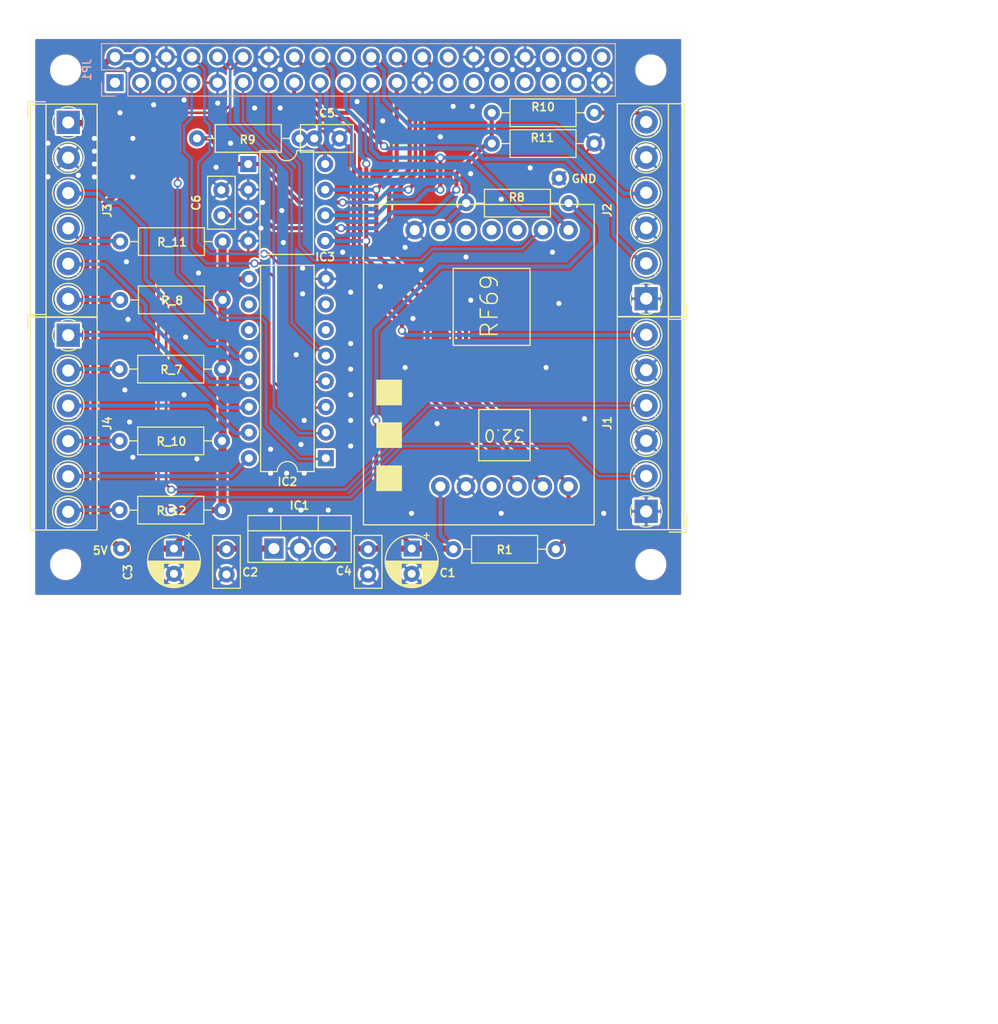
<source format=kicad_pcb>
(kicad_pcb (version 20191123) (host pcbnew "(5.99.0-462-g65ef8c189-dirty)")
  (layers (0 "Top" signal) (31 "Bottom" signal) (34 "B.Paste" user) (35 "F.Paste" user) (36 "B.SilkS" user) (37 "F.SilkS" user) (38 "B.Mask" user) (39 "F.Mask" user) (44 "Edge.Cuts" user))
  (net 0 "")
  (net 1 "GND")
  (net 2 "+3V3")
  (net 3 "+5V")
  (net 4 "/MISO")
  (net 5 "/RFM_DIO0")
  (net 6 "Net-(JP1-Pad18)")
  (net 7 "/MOSI")
  (net 8 "/SCK")
  (net 9 "Net-(JP1-Pad24)")
  (net 10 "/ULN_OUT5")
  (net 11 "/ULN_OUT4")
  (net 12 "/ULN_OUT3")
  (net 13 "/ULN_OUT2")
  (net 14 "/ULN_OUT1")
  (net 15 "/CON2_1")
  (net 16 "/CON2_2")
  (net 17 "/CON2_3")
  (net 18 "/CON2_4")
  (net 19 "/CON2_5")
  (net 20 "/ULN_IN3")
  (net 21 "/ULN_IN4")
  (net 22 "/ULN_IN2")
  (net 23 "/ULN_IN5")
  (net 24 "/ULN_IN1")
  (net 25 "/VCC_ADC")
  (net 26 "/CS_ADC")
  (net 27 "/V_BATT")
  (net 28 "/ULN_IN7")
  (net 29 "/ULN_IN6")
  (net 30 "Net-(IC2-Pad11)")
  (net 31 "/ULN_OUT7")
  (net 32 "Net-(JP1-Pad40)")
  (net 33 "Net-(JP1-Pad38)")
  (net 34 "Net-(JP1-Pad37)")
  (net 35 "Net-(JP1-Pad36)")
  (net 36 "Net-(JP1-Pad35)")
  (net 37 "Net-(JP1-Pad33)")
  (net 38 "Net-(JP1-Pad32)")
  (net 39 "Net-(JP1-Pad31)")
  (net 40 "Net-(JP1-Pad29)")
  (net 41 "Net-(JP1-Pad28)")
  (net 42 "Net-(JP1-Pad27)")
  (net 43 "Net-(JP1-Pad20)")
  (net 44 "Net-(JP1-Pad1)")
  (net 45 "Net-(U$1-PadDIO2)")
  (net 46 "Net-(U$1-PadDIO1)")
  (net 47 "Net-(U$1-PadDIO5)")
  (net 48 "Net-(U$1-PadDIO3)")
  (net 49 "Net-(J2-Pad6)")
  (net 50 "Net-(J3-Pad6)")
  (net 51 "Net-(J3-Pad4)")
  (net 52 "Net-(J4-Pad6)")
  (net 53 "Net-(J4-Pad4)")
  (net 54 "Net-(J4-Pad2)")
  (module "MountingHole:MountingHole_2.7mm" (layer "Top") (at 119.5011 129.5326)
    (fp_text reference "REF**" hide)
    (fp_text value "MountingHole_2.7mm")
    (pad "1" np_thru_hole circle (at 0 0) (size 2.7 2.7) (drill 2.7) (layers *.Cu *.Mask))
  )
  (module "MountingHole:MountingHole_2.7mm" (layer "Top") (at 119.5011 80.5326)
    (fp_text reference "REF**" hide)
    (fp_text value "MountingHole_2.7mm")
    (pad "1" np_thru_hole circle (at 0 0) (size 2.7 2.7) (drill 2.7) (layers *.Cu *.Mask))
  )
  (module "MountingHole:MountingHole_2.7mm" (layer "Top") (at 177.5011 80.5326)
    (fp_text reference "REF**" hide)
    (fp_text value "MountingHole_2.7mm")
    (pad "1" np_thru_hole circle (at 0 0) (size 2.7 2.7) (drill 2.7) (layers *.Cu *.Mask))
  )
  (module "MountingHole:MountingHole_2.7mm" (layer "Top") (at 177.5011 129.5326)
    (fp_text reference "REF**" hide)
    (fp_text value "MountingHole_2.7mm")
    (pad "1" np_thru_hole circle (at 0 0) (size 2.7 2.7) (drill 2.7) (layers *.Cu *.Mask))
  )
  (module "TestPoint:TestPoint_THTPad_D1.5mm_Drill0.7mm" (layer "Top") (at 168.402 91.2495)
    (fp_text reference "TP_GND1" hide)
    (fp_text value "GND" (at 2.4765 0.0635) (layer "F.SilkS") (effects (font (size 0.8 0.8) (thickness 0.16))))
    (pad "1" thru_hole circle (at 0 0) (size 1.5 1.5) (drill 0.7) (layers *.Cu *.Mask) (net 1 "GND"))
  )
  (module "TestPoint:TestPoint_THTPad_D1.5mm_Drill0.7mm" (layer "Top") (at 124.968 127.9525)
    (fp_text reference "TP5V1" hide)
    (fp_text value "5V" (at -2.032 0.1905) (layer "F.SilkS") (effects (font (size 0.8 0.8) (thickness 0.16))))
    (pad "1" thru_hole circle (at 0 0) (size 1.5 1.5) (drill 0.7) (layers *.Cu *.Mask) (net 3 "+5V"))
  )
  (module "TerminalBlock_FP:TerminalBlock_MetzConnect_Type059_RT06306HBWC_1x06_P3.50mm" (layer "Top") (at 119.761 106.807 -90)
    (fp_text reference "J4" (at 8.75 -3.86 -90) (layer "F.SilkS") (effects (font (size 0.8 0.8) (thickness 0.16))))
    (fp_text value "Screw_Terminal_01x06")
    (pad "1" thru_hole rect (at 0 0 270) (size 2.3 2.3) (drill 1.2) (layers *.Cu *.Mask) (net 12 "/ULN_OUT3"))
    (pad "2" thru_hole circle (at 3.5 0 270) (size 2.3 2.3) (drill 1.2) (layers *.Cu *.Mask) (net 54 "Net-(J4-Pad2)"))
    (pad "3" thru_hole circle (at 7 0 270) (size 2.3 2.3) (drill 1.2) (layers *.Cu *.Mask) (net 13 "/ULN_OUT2"))
    (pad "4" thru_hole circle (at 10.5 0 270) (size 2.3 2.3) (drill 1.2) (layers *.Cu *.Mask) (net 53 "Net-(J4-Pad4)"))
    (pad "5" thru_hole circle (at 14 0 270) (size 2.3 2.3) (drill 1.2) (layers *.Cu *.Mask) (net 14 "/ULN_OUT1"))
    (pad "6" thru_hole circle (at 17.5 0 270) (size 2.3 2.3) (drill 1.2) (layers *.Cu *.Mask) (net 52 "Net-(J4-Pad6)"))
  )
  (module "TerminalBlock_FP:TerminalBlock_MetzConnect_Type059_RT06306HBWC_1x06_P3.50mm" (layer "Top") (at 119.761 85.725 -90)
    (fp_text reference "J3" (at 8.75 -3.86 -90) (layer "F.SilkS") (effects (font (size 0.8 0.8) (thickness 0.16))))
    (fp_text value "Screw_Terminal_01x06")
    (pad "1" thru_hole rect (at 0 0 270) (size 2.3 2.3) (drill 1.2) (layers *.Cu *.Mask) (net 3 "+5V"))
    (pad "2" thru_hole circle (at 3.5 0 270) (size 2.3 2.3) (drill 1.2) (layers *.Cu *.Mask) (net 1 "GND"))
    (pad "3" thru_hole circle (at 7 0 270) (size 2.3 2.3) (drill 1.2) (layers *.Cu *.Mask) (net 10 "/ULN_OUT5"))
    (pad "4" thru_hole circle (at 10.5 0 270) (size 2.3 2.3) (drill 1.2) (layers *.Cu *.Mask) (net 51 "Net-(J3-Pad4)"))
    (pad "5" thru_hole circle (at 14 0 270) (size 2.3 2.3) (drill 1.2) (layers *.Cu *.Mask) (net 11 "/ULN_OUT4"))
    (pad "6" thru_hole circle (at 17.5 0 270) (size 2.3 2.3) (drill 1.2) (layers *.Cu *.Mask) (net 50 "Net-(J3-Pad6)"))
  )
  (module "TerminalBlock_FP:TerminalBlock_MetzConnect_Type059_RT06306HBWC_1x06_P3.50mm" (layer "Top") (at 177.038 103.1875 90)
    (fp_text reference "J2" (at 8.75 -3.86 270) (layer "F.SilkS") (effects (font (size 0.8 0.8) (thickness 0.16))))
    (fp_text value "Screw_Terminal_01x06")
    (pad "1" thru_hole rect (at 0 0 90) (size 2.3 2.3) (drill 1.2) (layers *.Cu *.Mask) (net 1 "GND"))
    (pad "2" thru_hole circle (at 3.5 0 90) (size 2.3 2.3) (drill 1.2) (layers *.Cu *.Mask) (net 18 "/CON2_4"))
    (pad "3" thru_hole circle (at 7 0 90) (size 2.3 2.3) (drill 1.2) (layers *.Cu *.Mask) (net 1 "GND"))
    (pad "4" thru_hole circle (at 10.5 0 90) (size 2.3 2.3) (drill 1.2) (layers *.Cu *.Mask) (net 19 "/CON2_5"))
    (pad "5" thru_hole circle (at 14 0 90) (size 2.3 2.3) (drill 1.2) (layers *.Cu *.Mask) (net 1 "GND"))
    (pad "6" thru_hole circle (at 17.5 0 90) (size 2.3 2.3) (drill 1.2) (layers *.Cu *.Mask) (net 49 "Net-(J2-Pad6)"))
  )
  (module "TerminalBlock_FP:TerminalBlock_MetzConnect_Type059_RT06306HBWC_1x06_P3.50mm" (layer "Top") (at 177.038 124.2695 90)
    (fp_text reference "J1" (at 8.75 -3.86 270) (layer "F.SilkS") (effects (font (size 0.8 0.8) (thickness 0.16))))
    (fp_text value "Screw_Terminal_01x06")
    (pad "1" thru_hole rect (at 0 0 90) (size 2.3 2.3) (drill 1.2) (layers *.Cu *.Mask) (net 1 "GND"))
    (pad "2" thru_hole circle (at 3.5 0 90) (size 2.3 2.3) (drill 1.2) (layers *.Cu *.Mask) (net 15 "/CON2_1"))
    (pad "3" thru_hole circle (at 7 0 90) (size 2.3 2.3) (drill 1.2) (layers *.Cu *.Mask) (net 1 "GND"))
    (pad "4" thru_hole circle (at 10.5 0 90) (size 2.3 2.3) (drill 1.2) (layers *.Cu *.Mask) (net 16 "/CON2_2"))
    (pad "5" thru_hole circle (at 14 0 90) (size 2.3 2.3) (drill 1.2) (layers *.Cu *.Mask) (net 1 "GND"))
    (pad "6" thru_hole circle (at 17.5 0 90) (size 2.3 2.3) (drill 1.2) (layers *.Cu *.Mask) (net 17 "/CON2_3"))
  )
  (module "Capacitor_THT:CP_Radial_D5.0mm_P2.50mm" (layer "Top") (at 130.2385 127.9525 -90)
    (fp_text reference "C3" (at 2.3495 4.572 90) (layer "F.SilkS") (effects (font (size 0.8 0.8) (thickness 0.16))))
    (fp_text value "10u")
    (pad "2" thru_hole circle (at 2.5 0 270) (size 1.6 1.6) (drill 0.8) (layers *.Cu *.Mask) (net 1 "GND"))
    (pad "1" thru_hole rect (at 0 0 270) (size 1.6 1.6) (drill 0.8) (layers *.Cu *.Mask) (net 3 "+5V"))
  )
  (module "Capacitor_THT:CP_Radial_D5.0mm_P2.50mm" (layer "Top") (at 153.797 127.9525 -90)
    (fp_text reference "C1" (at 2.413 -3.556 180) (layer "F.SilkS") (effects (font (size 0.8 0.8) (thickness 0.16))))
    (fp_text value "10u")
    (pad "2" thru_hole circle (at 2.5 0 270) (size 1.6 1.6) (drill 0.8) (layers *.Cu *.Mask) (net 1 "GND"))
    (pad "1" thru_hole rect (at 0 0 270) (size 1.6 1.6) (drill 0.8) (layers *.Cu *.Mask) (net 2 "+3V3"))
  )
  (module "RF_Module_FP:RFM69CW" (layer "Top") (at 161.7211 109.093 90)
    (fp_text reference "U$1" hide)
    (fp_text value "RFM69CW" hide)
    (pad "SDO" thru_hole circle (at 12.7 7.62 270) (size 1.85 1.85) (drill 1) (layers *.Cu *.Mask) (net 4 "/MISO"))
    (pad "DIO0" thru_hole circle (at 12.7 5.08 270) (size 1.85 1.85) (drill 1) (layers *.Cu *.Mask) (net 5 "/RFM_DIO0"))
    (pad "DIO2" thru_hole circle (at 12.7 2.54 270) (size 1.85 1.85) (drill 1) (layers *.Cu *.Mask) (net 45 "Net-(U$1-PadDIO2)"))
    (pad "DIO1" thru_hole circle (at 12.7 0 270) (size 1.85 1.85) (drill 1) (layers *.Cu *.Mask) (net 46 "Net-(U$1-PadDIO1)"))
    (pad "DIO5" thru_hole circle (at 12.7 -2.54 270) (size 1.85 1.85) (drill 1) (layers *.Cu *.Mask) (net 47 "Net-(U$1-PadDIO5)"))
    (pad "NRES" thru_hole circle (at 12.7 -5.08 270) (size 1.85 1.85) (drill 1) (layers *.Cu *.Mask) (net 6 "Net-(JP1-Pad18)"))
    (pad "GND" thru_hole circle (at 12.7 -7.62 270) (size 1.85 1.85) (drill 1) (layers *.Cu *.Mask) (net 1 "GND"))
    (pad "VDD" thru_hole circle (at -12.7 -5.08 270) (size 1.85 1.85) (drill 1) (layers *.Cu *.Mask) (net 2 "+3V3"))
    (pad "GND1" thru_hole circle (at -12.7 -2.54 270) (size 1.85 1.85) (drill 1) (layers *.Cu *.Mask) (net 1 "GND"))
    (pad "DIO3" thru_hole circle (at -12.7 0 270) (size 1.85 1.85) (drill 1) (layers *.Cu *.Mask) (net 48 "Net-(U$1-PadDIO3)"))
    (pad "SDI" thru_hole circle (at -12.7 2.54 270) (size 1.85 1.85) (drill 1) (layers *.Cu *.Mask) (net 7 "/MOSI"))
    (pad "SCK" thru_hole circle (at -12.7 5.08 270) (size 1.85 1.85) (drill 1) (layers *.Cu *.Mask) (net 8 "/SCK"))
    (pad "NSEL" thru_hole circle (at -12.7 7.62 270) (size 1.85 1.85) (drill 1) (layers *.Cu *.Mask) (net 9 "Net-(JP1-Pad24)"))
  )
  (module "Resistor_THT:R_Axial_DIN0207_L6.3mm_D2.5mm_P10.16mm_Horizontal" (layer "Top") (at 135.001 124.1425 180)
    (fp_text reference "R_12" (at 5.0165 -0.0635) (layer "F.SilkS") (effects (font (size 0.8 0.8) (thickness 0.16))))
    (fp_text value "R")
    (pad "2" thru_hole oval (at 10.16 0 180) (size 1.6 1.6) (drill 0.8) (layers *.Cu *.Mask) (net 52 "Net-(J4-Pad6)"))
    (pad "1" thru_hole circle (at 0 0 180) (size 1.6 1.6) (drill 0.8) (layers *.Cu *.Mask) (net 3 "+5V"))
  )
  (module "Resistor_THT:R_Axial_DIN0207_L6.3mm_D2.5mm_P10.16mm_Horizontal" (layer "Top") (at 135.0645 97.536 180)
    (fp_text reference "R_11" (at 5.0165 -0.0635) (layer "F.SilkS") (effects (font (size 0.8 0.8) (thickness 0.16))))
    (fp_text value "R")
    (pad "2" thru_hole oval (at 10.16 0 180) (size 1.6 1.6) (drill 0.8) (layers *.Cu *.Mask) (net 51 "Net-(J3-Pad4)"))
    (pad "1" thru_hole circle (at 0 0 180) (size 1.6 1.6) (drill 0.8) (layers *.Cu *.Mask) (net 3 "+5V"))
  )
  (module "Resistor_THT:R_Axial_DIN0207_L6.3mm_D2.5mm_P10.16mm_Horizontal" (layer "Top") (at 135.001 117.2845 180)
    (fp_text reference "R_10" (at 5.0165 -0.0635) (layer "F.SilkS") (effects (font (size 0.8 0.8) (thickness 0.16))))
    (fp_text value "R")
    (pad "2" thru_hole oval (at 10.16 0 180) (size 1.6 1.6) (drill 0.8) (layers *.Cu *.Mask) (net 53 "Net-(J4-Pad4)"))
    (pad "1" thru_hole circle (at 0 0 180) (size 1.6 1.6) (drill 0.8) (layers *.Cu *.Mask) (net 3 "+5V"))
  )
  (module "Resistor_THT:R_Axial_DIN0207_L6.3mm_D2.5mm_P10.16mm_Horizontal" (layer "Top") (at 135.0645 103.3145 180)
    (fp_text reference "R_8" (at 5.0165 -0.0635) (layer "F.SilkS") (effects (font (size 0.8 0.8) (thickness 0.16))))
    (fp_text value "R")
    (pad "2" thru_hole oval (at 10.16 0 180) (size 1.6 1.6) (drill 0.8) (layers *.Cu *.Mask) (net 50 "Net-(J3-Pad6)"))
    (pad "1" thru_hole circle (at 0 0 180) (size 1.6 1.6) (drill 0.8) (layers *.Cu *.Mask) (net 3 "+5V"))
  )
  (module "Resistor_THT:R_Axial_DIN0207_L6.3mm_D2.5mm_P10.16mm_Horizontal" (layer "Top") (at 135.001 110.1725 180)
    (fp_text reference "R_7" (at 5.0165 -0.0635) (layer "F.SilkS") (effects (font (size 0.8 0.8) (thickness 0.16))))
    (fp_text value "R")
    (pad "2" thru_hole oval (at 10.16 0 180) (size 1.6 1.6) (drill 0.8) (layers *.Cu *.Mask) (net 54 "Net-(J4-Pad2)"))
    (pad "1" thru_hole circle (at 0 0 180) (size 1.6 1.6) (drill 0.8) (layers *.Cu *.Mask) (net 3 "+5V"))
  )
  (module "Resistor_THT:R_Axial_DIN0207_L6.3mm_D2.5mm_P10.16mm_Horizontal" (layer "Top") (at 171.8945 87.8205 180)
    (fp_text reference "R11" (at 5.1435 0.5715) (layer "F.SilkS") (effects (font (size 0.8 0.8) (thickness 0.16))))
    (fp_text value "2k2")
    (pad "2" thru_hole oval (at 10.16 0 180) (size 1.6 1.6) (drill 0.8) (layers *.Cu *.Mask) (net 27 "/V_BATT"))
    (pad "1" thru_hole circle (at 0 0 180) (size 1.6 1.6) (drill 0.8) (layers *.Cu *.Mask) (net 1 "GND"))
  )
  (module "Resistor_THT:R_Axial_DIN0207_L6.3mm_D2.5mm_P10.16mm_Horizontal" (layer "Top") (at 171.8945 84.7725 180)
    (fp_text reference "R10" (at 5.08 0.5715) (layer "F.SilkS") (effects (font (size 0.8 0.8) (thickness 0.16))))
    (fp_text value "10k")
    (pad "2" thru_hole oval (at 10.16 0 180) (size 1.6 1.6) (drill 0.8) (layers *.Cu *.Mask) (net 27 "/V_BATT"))
    (pad "1" thru_hole circle (at 0 0 180) (size 1.6 1.6) (drill 0.8) (layers *.Cu *.Mask) (net 49 "Net-(J2-Pad6)"))
  )
  (module "Resistor_THT:R_Axial_DIN0207_L6.3mm_D2.5mm_P10.16mm_Horizontal" (layer "Top") (at 142.6845 87.3125 180)
    (fp_text reference "R9" (at 5.1435 -0.127) (layer "F.SilkS") (effects (font (size 0.8 0.8) (thickness 0.16))))
    (fp_text value "R")
    (pad "2" thru_hole oval (at 10.16 0 180) (size 1.6 1.6) (drill 0.8) (layers *.Cu *.Mask) (net 26 "/CS_ADC"))
    (pad "1" thru_hole circle (at 0 0 180) (size 1.6 1.6) (drill 0.8) (layers *.Cu *.Mask) (net 25 "/VCC_ADC"))
  )
  (module "Resistor_THT:R_Axial_DIN0207_L6.3mm_D2.5mm_P10.16mm_Horizontal" (layer "Top") (at 169.3545 93.726 180)
    (fp_text reference "R8" (at 5.1435 0.5715) (layer "F.SilkS") (effects (font (size 0.8 0.8) (thickness 0.16))))
    (fp_text value "10k")
    (pad "2" thru_hole oval (at 10.16 0 180) (size 1.6 1.6) (drill 0.8) (layers *.Cu *.Mask) (net 6 "Net-(JP1-Pad18)"))
    (pad "1" thru_hole circle (at 0 0 180) (size 1.6 1.6) (drill 0.8) (layers *.Cu *.Mask) (net 2 "+3V3"))
  )
  (module "Resistor_THT:R_Axial_DIN0207_L6.3mm_D2.5mm_P10.16mm_Horizontal" (layer "Top") (at 157.9245 128.016)
    (fp_text reference "R1" (at 5.08 0.0635) (layer "F.SilkS") (effects (font (size 0.8 0.8) (thickness 0.16))))
    (fp_text value "10k")
    (pad "2" thru_hole oval (at 10.16 0) (size 1.6 1.6) (drill 0.8) (layers *.Cu *.Mask) (net 9 "Net-(JP1-Pad24)"))
    (pad "1" thru_hole circle (at 0 0) (size 1.6 1.6) (drill 0.8) (layers *.Cu *.Mask) (net 2 "+3V3"))
  )
  (module "Connector_PinSocket_2.54mm:PinSocket_2x20_P2.54mm_Vertical" (layer "Bottom") (at 124.3965 81.788 -90)
    (fp_text reference "JP1" (at -1.27 2.77 -90) (layer "B.SilkS") (effects (font (size 0.8 0.8) (thickness 0.16)) (justify mirror)))
    (fp_text value "Conn_02x20_Odd_Even")
    (pad "40" thru_hole oval (at -2.54 -48.26 270) (size 1.7 1.7) (drill 1) (layers *.Cu *.Mask) (net 32 "Net-(JP1-Pad40)"))
    (pad "39" thru_hole oval (at 0 -48.26 270) (size 1.7 1.7) (drill 1) (layers *.Cu *.Mask) (net 1 "GND"))
    (pad "38" thru_hole oval (at -2.54 -45.72 270) (size 1.7 1.7) (drill 1) (layers *.Cu *.Mask) (net 33 "Net-(JP1-Pad38)"))
    (pad "37" thru_hole oval (at 0 -45.72 270) (size 1.7 1.7) (drill 1) (layers *.Cu *.Mask) (net 34 "Net-(JP1-Pad37)"))
    (pad "36" thru_hole oval (at -2.54 -43.18 270) (size 1.7 1.7) (drill 1) (layers *.Cu *.Mask) (net 35 "Net-(JP1-Pad36)"))
    (pad "35" thru_hole oval (at 0 -43.18 270) (size 1.7 1.7) (drill 1) (layers *.Cu *.Mask) (net 36 "Net-(JP1-Pad35)"))
    (pad "34" thru_hole oval (at -2.54 -40.64 270) (size 1.7 1.7) (drill 1) (layers *.Cu *.Mask) (net 1 "GND"))
    (pad "33" thru_hole oval (at 0 -40.64 270) (size 1.7 1.7) (drill 1) (layers *.Cu *.Mask) (net 37 "Net-(JP1-Pad33)"))
    (pad "32" thru_hole oval (at -2.54 -38.1 270) (size 1.7 1.7) (drill 1) (layers *.Cu *.Mask) (net 38 "Net-(JP1-Pad32)"))
    (pad "31" thru_hole oval (at 0 -38.1 270) (size 1.7 1.7) (drill 1) (layers *.Cu *.Mask) (net 39 "Net-(JP1-Pad31)"))
    (pad "30" thru_hole oval (at -2.54 -35.56 270) (size 1.7 1.7) (drill 1) (layers *.Cu *.Mask) (net 1 "GND"))
    (pad "29" thru_hole oval (at 0 -35.56 270) (size 1.7 1.7) (drill 1) (layers *.Cu *.Mask) (net 40 "Net-(JP1-Pad29)"))
    (pad "28" thru_hole oval (at -2.54 -33.02 270) (size 1.7 1.7) (drill 1) (layers *.Cu *.Mask) (net 41 "Net-(JP1-Pad28)"))
    (pad "27" thru_hole oval (at 0 -33.02 270) (size 1.7 1.7) (drill 1) (layers *.Cu *.Mask) (net 42 "Net-(JP1-Pad27)"))
    (pad "26" thru_hole oval (at -2.54 -30.48 270) (size 1.7 1.7) (drill 1) (layers *.Cu *.Mask) (net 26 "/CS_ADC"))
    (pad "25" thru_hole oval (at 0 -30.48 270) (size 1.7 1.7) (drill 1) (layers *.Cu *.Mask) (net 1 "GND"))
    (pad "24" thru_hole oval (at -2.54 -27.94 270) (size 1.7 1.7) (drill 1) (layers *.Cu *.Mask) (net 9 "Net-(JP1-Pad24)"))
    (pad "23" thru_hole oval (at 0 -27.94 270) (size 1.7 1.7) (drill 1) (layers *.Cu *.Mask) (net 8 "/SCK"))
    (pad "22" thru_hole oval (at -2.54 -25.4 270) (size 1.7 1.7) (drill 1) (layers *.Cu *.Mask) (net 19 "/CON2_5"))
    (pad "21" thru_hole oval (at 0 -25.4 270) (size 1.7 1.7) (drill 1) (layers *.Cu *.Mask) (net 4 "/MISO"))
    (pad "20" thru_hole oval (at -2.54 -22.86 270) (size 1.7 1.7) (drill 1) (layers *.Cu *.Mask) (net 43 "Net-(JP1-Pad20)"))
    (pad "19" thru_hole oval (at 0 -22.86 270) (size 1.7 1.7) (drill 1) (layers *.Cu *.Mask) (net 7 "/MOSI"))
    (pad "18" thru_hole oval (at -2.54 -20.32 270) (size 1.7 1.7) (drill 1) (layers *.Cu *.Mask) (net 6 "Net-(JP1-Pad18)"))
    (pad "17" thru_hole oval (at 0 -20.32 270) (size 1.7 1.7) (drill 1) (layers *.Cu *.Mask) (net 25 "/VCC_ADC"))
    (pad "16" thru_hole oval (at -2.54 -17.78 270) (size 1.7 1.7) (drill 1) (layers *.Cu *.Mask) (net 18 "/CON2_4"))
    (pad "15" thru_hole oval (at 0 -17.78 270) (size 1.7 1.7) (drill 1) (layers *.Cu *.Mask) (net 17 "/CON2_3"))
    (pad "14" thru_hole oval (at -2.54 -15.24 270) (size 1.7 1.7) (drill 1) (layers *.Cu *.Mask) (net 1 "GND"))
    (pad "13" thru_hole oval (at 0 -15.24 270) (size 1.7 1.7) (drill 1) (layers *.Cu *.Mask) (net 5 "/RFM_DIO0"))
    (pad "12" thru_hole oval (at -2.54 -12.7 270) (size 1.7 1.7) (drill 1) (layers *.Cu *.Mask) (net 24 "/ULN_IN1"))
    (pad "11" thru_hole oval (at 0 -12.7 270) (size 1.7 1.7) (drill 1) (layers *.Cu *.Mask) (net 23 "/ULN_IN5"))
    (pad "10" thru_hole oval (at -2.54 -10.16 270) (size 1.7 1.7) (drill 1) (layers *.Cu *.Mask) (net 22 "/ULN_IN2"))
    (pad "9" thru_hole oval (at 0 -10.16 270) (size 1.7 1.7) (drill 1) (layers *.Cu *.Mask) (net 1 "GND"))
    (pad "8" thru_hole oval (at -2.54 -7.62 270) (size 1.7 1.7) (drill 1) (layers *.Cu *.Mask) (net 21 "/ULN_IN4"))
    (pad "7" thru_hole oval (at 0 -7.62 270) (size 1.7 1.7) (drill 1) (layers *.Cu *.Mask) (net 20 "/ULN_IN3"))
    (pad "6" thru_hole oval (at -2.54 -5.08 270) (size 1.7 1.7) (drill 1) (layers *.Cu *.Mask) (net 1 "GND"))
    (pad "5" thru_hole oval (at 0 -5.08 270) (size 1.7 1.7) (drill 1) (layers *.Cu *.Mask) (net 16 "/CON2_2"))
    (pad "4" thru_hole oval (at -2.54 -2.54 270) (size 1.7 1.7) (drill 1) (layers *.Cu *.Mask) (net 3 "+5V"))
    (pad "3" thru_hole oval (at 0 -2.54 270) (size 1.7 1.7) (drill 1) (layers *.Cu *.Mask) (net 15 "/CON2_1"))
    (pad "2" thru_hole oval (at -2.54 0 270) (size 1.7 1.7) (drill 1) (layers *.Cu *.Mask) (net 3 "+5V"))
    (pad "1" thru_hole rect (at 0 0 270) (size 1.7 1.7) (drill 1) (layers *.Cu *.Mask) (net 44 "Net-(JP1-Pad1)"))
  )
  (module "Package_DIP:DIP-8_W7.62mm" (layer "Top") (at 137.6045 89.8525)
    (fp_text reference "IC3" (at 7.62 9.2075) (layer "F.SilkS") (effects (font (size 0.8 0.8) (thickness 0.16))))
    (fp_text value "MCP3202")
    (pad "8" thru_hole oval (at 7.62 0) (size 1.6 1.6) (drill 0.8) (layers *.Cu *.Mask) (net 25 "/VCC_ADC"))
    (pad "4" thru_hole oval (at 0 7.62) (size 1.6 1.6) (drill 0.8) (layers *.Cu *.Mask) (net 1 "GND"))
    (pad "7" thru_hole oval (at 7.62 2.54) (size 1.6 1.6) (drill 0.8) (layers *.Cu *.Mask) (net 8 "/SCK"))
    (pad "3" thru_hole oval (at 0 5.08) (size 1.6 1.6) (drill 0.8) (layers *.Cu *.Mask) (net 27 "/V_BATT"))
    (pad "6" thru_hole oval (at 7.62 5.08) (size 1.6 1.6) (drill 0.8) (layers *.Cu *.Mask) (net 4 "/MISO"))
    (pad "2" thru_hole oval (at 0 2.54) (size 1.6 1.6) (drill 0.8) (layers *.Cu *.Mask) (net 1 "GND"))
    (pad "5" thru_hole oval (at 7.62 7.62) (size 1.6 1.6) (drill 0.8) (layers *.Cu *.Mask) (net 7 "/MOSI"))
    (pad "1" thru_hole rect (at 0 0) (size 1.6 1.6) (drill 0.8) (layers *.Cu *.Mask) (net 26 "/CS_ADC"))
  )
  (module "Package_DIP:DIP-16_W7.62mm" (layer "Top") (at 145.288 118.999 180)
    (fp_text reference "IC2" (at 3.81 -2.33) (layer "F.SilkS") (effects (font (size 0.8 0.8) (thickness 0.16))))
    (fp_text value "ULN2003AN")
    (pad "16" thru_hole oval (at 7.62 0 180) (size 1.6 1.6) (drill 0.8) (layers *.Cu *.Mask) (net 14 "/ULN_OUT1"))
    (pad "8" thru_hole oval (at 0 17.78 180) (size 1.6 1.6) (drill 0.8) (layers *.Cu *.Mask) (net 1 "GND"))
    (pad "15" thru_hole oval (at 7.62 2.54 180) (size 1.6 1.6) (drill 0.8) (layers *.Cu *.Mask) (net 13 "/ULN_OUT2"))
    (pad "7" thru_hole oval (at 0 15.24 180) (size 1.6 1.6) (drill 0.8) (layers *.Cu *.Mask) (net 28 "/ULN_IN7"))
    (pad "14" thru_hole oval (at 7.62 5.08 180) (size 1.6 1.6) (drill 0.8) (layers *.Cu *.Mask) (net 12 "/ULN_OUT3"))
    (pad "6" thru_hole oval (at 0 12.7 180) (size 1.6 1.6) (drill 0.8) (layers *.Cu *.Mask) (net 29 "/ULN_IN6"))
    (pad "13" thru_hole oval (at 7.62 7.62 180) (size 1.6 1.6) (drill 0.8) (layers *.Cu *.Mask) (net 11 "/ULN_OUT4"))
    (pad "5" thru_hole oval (at 0 10.16 180) (size 1.6 1.6) (drill 0.8) (layers *.Cu *.Mask) (net 23 "/ULN_IN5"))
    (pad "12" thru_hole oval (at 7.62 10.16 180) (size 1.6 1.6) (drill 0.8) (layers *.Cu *.Mask) (net 10 "/ULN_OUT5"))
    (pad "4" thru_hole oval (at 0 7.62 180) (size 1.6 1.6) (drill 0.8) (layers *.Cu *.Mask) (net 21 "/ULN_IN4"))
    (pad "11" thru_hole oval (at 7.62 12.7 180) (size 1.6 1.6) (drill 0.8) (layers *.Cu *.Mask) (net 30 "Net-(IC2-Pad11)"))
    (pad "3" thru_hole oval (at 0 5.08 180) (size 1.6 1.6) (drill 0.8) (layers *.Cu *.Mask) (net 20 "/ULN_IN3"))
    (pad "10" thru_hole oval (at 7.62 15.24 180) (size 1.6 1.6) (drill 0.8) (layers *.Cu *.Mask) (net 31 "/ULN_OUT7"))
    (pad "2" thru_hole oval (at 0 2.54 180) (size 1.6 1.6) (drill 0.8) (layers *.Cu *.Mask) (net 22 "/ULN_IN2"))
    (pad "9" thru_hole oval (at 7.62 17.78 180) (size 1.6 1.6) (drill 0.8) (layers *.Cu *.Mask) (net 3 "+5V"))
    (pad "1" thru_hole rect (at 0 0 180) (size 1.6 1.6) (drill 0.8) (layers *.Cu *.Mask) (net 24 "/ULN_IN1"))
  )
  (module "Package_TO_SOT_THT:TO-220-3_Vertical" (layer "Top") (at 140.1445 127.9525)
    (fp_text reference "IC1" (at 2.54 -4.27) (layer "F.SilkS") (effects (font (size 0.8 0.8) (thickness 0.16))))
    (fp_text value "LM3940")
    (pad "3" thru_hole oval (at 5.08 0) (size 1.905 2) (drill 1.1) (layers *.Cu *.Mask) (net 2 "+3V3"))
    (pad "2" thru_hole oval (at 2.54 0) (size 1.905 2) (drill 1.1) (layers *.Cu *.Mask) (net 1 "GND"))
    (pad "1" thru_hole rect (at 0 0) (size 1.905 2) (drill 1.1) (layers *.Cu *.Mask) (net 3 "+5V"))
  )
  (module "Capacitor_THT:C_Disc_D5.0mm_W2.5mm_P2.50mm" (layer "Top") (at 134.9375 94.9325 90)
    (fp_text reference "C6" (at 1.25 -2.5 90) (layer "F.SilkS") (effects (font (size 0.8 0.8) (thickness 0.16))))
    (fp_text value "100n")
    (pad "2" thru_hole circle (at 2.5 0 90) (size 1.6 1.6) (drill 0.8) (layers *.Cu *.Mask) (net 1 "GND"))
    (pad "1" thru_hole circle (at 0 0 90) (size 1.6 1.6) (drill 0.8) (layers *.Cu *.Mask) (net 27 "/V_BATT"))
  )
  (module "Capacitor_THT:C_Disc_D5.0mm_W2.5mm_P2.50mm" (layer "Top") (at 144.145 87.3125)
    (fp_text reference "C5" (at 1.25 -2.5) (layer "F.SilkS") (effects (font (size 0.8 0.8) (thickness 0.16))))
    (fp_text value "100n")
    (pad "2" thru_hole circle (at 2.5 0) (size 1.6 1.6) (drill 0.8) (layers *.Cu *.Mask) (net 1 "GND"))
    (pad "1" thru_hole circle (at 0 0) (size 1.6 1.6) (drill 0.8) (layers *.Cu *.Mask) (net 25 "/VCC_ADC"))
  )
  (module "Capacitor_THT:C_Disc_D5.0mm_W2.5mm_P2.50mm" (layer "Top") (at 149.479 128.016 -90)
    (fp_text reference "C4" (at 2.159 2.413 180) (layer "F.SilkS") (effects (font (size 0.8 0.8) (thickness 0.16))))
    (fp_text value "100n")
    (pad "2" thru_hole circle (at 2.5 0 270) (size 1.6 1.6) (drill 0.8) (layers *.Cu *.Mask) (net 1 "GND"))
    (pad "1" thru_hole circle (at 0 0 270) (size 1.6 1.6) (drill 0.8) (layers *.Cu *.Mask) (net 2 "+3V3"))
  )
  (module "Capacitor_THT:C_Disc_D5.0mm_W2.5mm_P2.50mm" (layer "Top") (at 135.4455 128.016 -90)
    (fp_text reference "C2" (at 2.286 -2.3495 180) (layer "F.SilkS") (effects (font (size 0.8 0.8) (thickness 0.16))))
    (fp_text value "100n")
    (pad "2" thru_hole circle (at 2.5 0 270) (size 1.6 1.6) (drill 0.8) (layers *.Cu *.Mask) (net 1 "GND"))
    (pad "1" thru_hole circle (at 0 0 270) (size 1.6 1.6) (drill 0.8) (layers *.Cu *.Mask) (net 3 "+5V"))
  )
  (gr_line (start 116.0011 133.0326) (end 181.0011 133.0326) (layer "Edge.Cuts") (width 0.01))
  (gr_line (start 181.0011 133.0326) (end 181.0011 76.9746) (layer "Edge.Cuts") (width 0.01))
  (gr_line (start 181.0011 76.9746) (end 116.0011 76.9746) (layer "Edge.Cuts") (width 0.01))
  (gr_line (start 116.0011 76.9746) (end 116.0011 133.0326) (layer "Edge.Cuts") (width 0.01))
  (via (at 153.924 105.156) (size 0.8048) (drill 0.5) (layers "Top" "Bottom") (net 1))
  (via (at 150.6855 101.981) (size 0.8048) (drill 0.5) (layers "Top" "Bottom") (net 1))
  (segment (start 148.0686 86.9951) (end 148.0686 101.0151) (width 0.4064) (layer "Top") (net 17))
  (segment (start 142.1511 81.8026) (end 142.1511 83.45885) (width 0.4064) (layer "Top") (net 17))
  (segment (start 147.1161 86.0426) (end 148.0686 86.9951) (width 0.4064) (layer "Top") (net 17))
  (segment (start 144.73485 86.0426) (end 147.1161 86.0426) (width 0.4064) (layer "Top") (net 17))
  (segment (start 142.1511 83.45885) (end 144.73485 86.0426) (width 0.4064) (layer "Top") (net 17))
  (segment (start 148.0686 101.0151) (end 152.8311 105.7776) (width 0.4064) (layer "Top") (net 17))
  (segment (start 152.8311 105.7776) (end 152.8311 106.3626) (width 0.4064) (layer "Top") (net 17))
  (segment (start 147.8915 90.02475) (end 148.67185 90.8051) (width 0.4064) (layer "Bottom") (net 6))
  (segment (start 144.6911 79.2626) (end 145.9731 80.5446) (width 0.4064) (layer "Bottom") (net 6))
  (segment (start 147.8915 86.183) (end 147.8915 90.02475) (width 0.4064) (layer "Bottom") (net 6))
  (segment (start 145.9731 84.2646) (end 147.8915 86.183) (width 0.4064) (layer "Bottom") (net 6))
  (segment (start 145.9731 80.5446) (end 145.9731 84.2646) (width 0.4064) (layer "Bottom") (net 6))
  (segment (start 148.67185 90.8051) (end 157.9881 90.8051) (width 0.4064) (layer "Bottom") (net 6))
  (segment (start 157.9881 90.8051) (end 159.1945 92.0115) (width 0.4064) (layer "Bottom") (net 6))
  (segment (start 159.1945 92.0115) (end 159.1945 93.6492) (width 0.4064) (layer "Bottom") (net 6))
  (segment (start 159.1945 93.6492) (end 156.6411 96.2026) (width 0.4064) (layer "Bottom") (net 6))
  (segment (start 156.1465 84.15595) (end 155.84735 84.4551) (width 0.4064) (layer "Top") (net 26))
  (segment (start 155.84735 84.4551) (end 155.0536 84.4551) (width 0.4064) (layer "Top") (net 26))
  (segment (start 154.9411 79.2626) (end 156.1465 80.468) (width 0.4064) (layer "Top") (net 26))
  (segment (start 156.1465 80.468) (end 156.1465 84.15595) (width 0.4064) (layer "Top") (net 26))
  (segment (start 154.8511 79.2626) (end 154.9411 79.2626) (width 0.4064) (layer "Top") (net 26))
  (segment (start 155.0536 84.4551) (end 154.7361 84.7726) (width 0.4064) (layer "Top") (net 26))
  (segment (start 154.7361 84.7726) (end 154.7361 91.1226) (width 0.4064) (layer "Top") (net 26))
  (segment (start 154.7361 91.1226) (end 153.4661 92.3926) (width 0.4064) (layer "Top") (net 26))
  (via (at 124.8911 84.7726) (size 0.8048) (drill 0.5) (layers "Top" "Bottom") (net 1))
  (via (at 126.1611 87.3126) (size 0.8048) (drill 0.5) (layers "Top" "Bottom") (net 1))
  (via (at 128.22485 83.97885) (size 0.8048) (drill 0.5) (layers "Top" "Bottom") (net 1))
  (via (at 131.2411 83.5026) (size 0.8048) (drill 0.5) (layers "Top" "Bottom") (net 1))
  (via (at 125.68485 80.48635) (size 0.8048) (drill 0.5) (layers "Top" "Bottom") (net 1))
  (via (at 128.22485 80.48635) (size 0.8048) (drill 0.5) (layers "Top" "Bottom") (net 1))
  (via (at 130.76485 80.48635) (size 0.8048) (drill 0.5) (layers "Top" "Bottom") (net 1))
  (via (at 138.2261 80.48635) (size 0.8048) (drill 0.5) (layers "Top" "Bottom") (net 1))
  (via (at 140.7661 80.48635) (size 0.8048) (drill 0.5) (layers "Top" "Bottom") (net 1))
  (via (at 140.7661 84.29635) (size 0.8048) (drill 0.5) (layers "Top" "Bottom") (net 1))
  (via (at 138.2261 84.29635) (size 0.8048) (drill 0.5) (layers "Top" "Bottom") (net 1))
  (via (at 134.4161 90.1701) (size 0.8048) (drill 0.5) (layers "Top" "Bottom") (net 1))
  (via (at 157.9111 84.1376) (size 0.8048) (drill 0.5) (layers "Top" "Bottom") (net 1))
  (via (at 159.8161 84.1376) (size 0.8048) (drill 0.5) (layers "Top" "Bottom") (net 1))
  (via (at 156.6411 87.15385) (size 0.8048) (drill 0.5) (layers "Top" "Bottom") (net 1))
  (via (at 150.9261 85.56635) (size 0.8048) (drill 0.5) (layers "Top" "Bottom") (net 1))
  (via (at 148.3861 83.66135) (size 0.8048) (drill 0.5) (layers "Top" "Bottom") (net 1))
  (via (at 159.639 90.805) (size 0.8048) (drill 0.5) (layers "Top" "Bottom") (net 1))
  (via (at 162.6736 93.3451) (size 0.8048) (drill 0.5) (layers "Top" "Bottom") (net 1))
  (via (at 165.5445 90.2335) (size 0.8048) (drill 0.5) (layers "Top" "Bottom") (net 1))
  (via (at 168.3886 103.66385) (size 0.8048) (drill 0.5) (layers "Top" "Bottom") (net 1))
  (via (at 167.1186 110.01385) (size 0.8048) (drill 0.5) (layers "Top" "Bottom") (net 1))
  (via (at 170.9286 115.09385) (size 0.8048) (drill 0.5) (layers "Top" "Bottom") (net 1))
  (via (at 147.7511 107.6326) (size 0.8048) (drill 0.5) (layers "Top" "Bottom") (net 1))
  (via (at 142.3536 108.74385) (size 0.8048) (drill 0.5) (layers "Top" "Bottom") (net 1))
  (via (at 146.95735 98.58385) (size 0.8048) (drill 0.5) (layers "Top" "Bottom") (net 1))
  (via (at 141.4011 120.49135) (size 0.8048) (drill 0.5) (layers "Top" "Bottom") (net 1))
  (via (at 143.14735 120.49135) (size 0.8048) (drill 0.5) (layers "Top" "Bottom") (net 1))
  (via (at 139.8136 120.49135) (size 0.8048) (drill 0.5) (layers "Top" "Bottom") (net 1))
  (via (at 139.8136 118.1101) (size 0.8048) (drill 0.5) (layers "Top" "Bottom") (net 1))
  (via (at 143.14735 115.2526) (size 0.8048) (drill 0.5) (layers "Top" "Bottom") (net 1))
  (via (at 125.36735 112.23635) (size 0.8048) (drill 0.5) (layers "Top" "Bottom") (net 1))
  (via (at 125.8436 115.41135) (size 0.8048) (drill 0.5) (layers "Top" "Bottom") (net 1))
  (via (at 126.1611 118.90385) (size 0.8048) (drill 0.5) (layers "Top" "Bottom") (net 1))
  (via (at 139.8136 124.1426) (size 0.8048) (drill 0.5) (layers "Top" "Bottom") (net 1))
  (via (at 142.82985 124.1426) (size 0.8048) (drill 0.5) (layers "Top" "Bottom") (net 1))
  (via (at 145.5286 124.1426) (size 0.8048) (drill 0.5) (layers "Top" "Bottom") (net 1))
  (via (at 161.24485 80.48635) (size 0.8048) (drill 0.5) (layers "Top" "Bottom") (net 1))
  (via (at 163.78485 80.48635) (size 0.8048) (drill 0.5) (layers "Top" "Bottom") (net 1))
  (via (at 166.32485 80.48635) (size 0.8048) (drill 0.5) (layers "Top" "Bottom") (net 1))
  (via (at 168.86485 80.48635) (size 0.8048) (drill 0.5) (layers "Top" "Bottom") (net 1))
  (via (at 171.40485 80.48635) (size 0.8048) (drill 0.5) (layers "Top" "Bottom") (net 1))
  (via (at 147.7511 102.5526) (size 0.8048) (drill 0.5) (layers "Top" "Bottom") (net 1))
  (via (at 138.8611 96.2026) (size 0.8048) (drill 0.5) (layers "Top" "Bottom") (net 1))
  (via (at 147.7511 110.1726) (size 0.8048) (drill 0.5) (layers "Top" "Bottom") (net 1))
  (via (at 147.7511 115.2526) (size 0.8048) (drill 0.5) (layers "Top" "Bottom") (net 1))
  (via (at 147.7511 112.7126) (size 0.8048) (drill 0.5) (layers "Top" "Bottom") (net 1))
  (via (at 147.7511 117.7926) (size 0.8048) (drill 0.5) (layers "Top" "Bottom") (net 1))
  (via (at 132.5111 119.0626) (size 0.8048) (drill 0.5) (layers "Top" "Bottom") (net 1))
  (via (at 131.2411 112.7126) (size 0.8048) (drill 0.5) (layers "Top" "Bottom") (net 1))
  (via (at 131.39985 106.9976) (size 0.8048) (drill 0.5) (layers "Top" "Bottom") (net 1))
  (via (at 132.66985 100.6476) (size 0.8048) (drill 0.5) (layers "Top" "Bottom") (net 1))
  (via (at 125.5261 99.53635) (size 0.8048) (drill 0.5) (layers "Top" "Bottom") (net 1))
  (via (at 125.68485 105.25135) (size 0.8048) (drill 0.5) (layers "Top" "Bottom") (net 1))
  (via (at 141.0836 97.63135) (size 0.8048) (drill 0.5) (layers "Top" "Bottom") (net 1))
  (via (at 134.57485 83.8201) (size 0.8048) (drill 0.5) (layers "Top" "Bottom") (net 1))
  (via (at 135.84485 87.78885) (size 0.8048) (drill 0.5) (layers "Top" "Bottom") (net 1))
  (via (at 142.82985 117.63385) (size 0.8048) (drill 0.5) (layers "Top" "Bottom") (net 1))
  (via (at 162.6736 124.4601) (size 0.8048) (drill 0.5) (layers "Top" "Bottom") (net 1))
  (via (at 153.7836 124.4601) (size 0.8048) (drill 0.5) (layers "Top" "Bottom") (net 1))
  (via (at 172.8336 124.4601) (size 0.8048) (drill 0.5) (layers "Top" "Bottom") (net 1))
  (via (at 156.3236 115.5701) (size 0.8048) (drill 0.5) (layers "Top" "Bottom") (net 1))
  (via (at 153.1486 110.01385) (size 0.8048) (drill 0.5) (layers "Top" "Bottom") (net 1))
  (via (at 122.3511 87.3126) (size 0.8048) (drill 0.5) (layers "Top" "Bottom") (net 1))
  (via (at 122.3511 88.5826) (size 0.8048) (drill 0.5) (layers "Top" "Bottom") (net 1))
  (via (at 117.74735 87.78885) (size 0.8048) (drill 0.5) (layers "Top" "Bottom") (net 1))
  (via (at 117.74735 91.1226) (size 0.8048) (drill 0.5) (layers "Top" "Bottom") (net 1))
  (via (at 120.7636 90.96385) (size 0.8048) (drill 0.5) (layers "Top" "Bottom") (net 1))
  (via (at 122.3511 89.8526) (size 0.8048) (drill 0.5) (layers "Top" "Bottom") (net 1))
  (via (at 122.3511 91.1226) (size 0.8048) (drill 0.5) (layers "Top" "Bottom") (net 1))
  (via (at 126.1611 91.1226) (size 0.8048) (drill 0.5) (layers "Top" "Bottom") (net 1))
  (via (at 153.1486 98.1076) (size 0.8048) (drill 0.5) (layers "Top" "Bottom") (net 1))
  (via (at 159.1811 99.0601) (size 0.8048) (drill 0.5) (layers "Top" "Bottom") (net 1))
  (via (at 167.7536 98.58385) (size 0.8048) (drill 0.5) (layers "Top" "Bottom") (net 1))
  (via (at 154.7361 100.3301) (size 0.8048) (drill 0.5) (layers "Top" "Bottom") (net 1))
  (via (at 159.65735 103.34635) (size 0.8048) (drill 0.5) (layers "Top" "Bottom") (net 1))
  (via (at 142.9886 100.17135) (size 0.8048) (drill 0.5) (layers "Top" "Bottom") (net 1))
  (via (at 142.9886 102.71135) (size 0.8048) (drill 0.5) (layers "Top" "Bottom") (net 1))
  (via (at 140.92485 94.45635) (size 0.8048) (drill 0.5) (layers "Top" "Bottom") (net 1))
  (via (at 139.01985 93.6626) (size 0.8048) (drill 0.5) (layers "Top" "Bottom") (net 1))
  (segment (start 168.0711 127.9526) (end 169.3411 126.6826) (width 0.4064) (layer "Top") (net 9))
  (segment (start 169.3411 126.6826) (end 169.3411 121.6026) (width 0.4064) (layer "Top") (net 9))
  (segment (start 152.3111 79.2626) (end 153.5931 80.5446) (width 0.4064) (layer "Top") (net 9))
  (segment (start 153.5931 80.5446) (end 153.5931 90.3606) (width 0.4064) (layer "Top") (net 9))
  (segment (start 153.5931 90.3606) (end 151.5611 92.3926) (width 0.4064) (layer "Top") (net 9))
  (segment (start 151.5611 98.7426) (end 159.1811 106.3626) (width 0.4064) (layer "Top") (net 9))
  (segment (start 159.1811 106.3626) (end 159.1811 111.4426) (width 0.4064) (layer "Top") (net 9))
  (segment (start 159.1811 111.4426) (end 169.3411 121.6026) (width 0.4064) (layer "Top") (net 9))
  (segment (start 151.5611 92.3926) (end 151.5611 98.7426) (width 0.4064) (layer "Top") (net 9))
  (segment (start 157.9111 127.9526) (end 156.6411 126.6826) (width 0.4064) (layer "Bottom") (net 2))
  (segment (start 156.6411 126.6826) (end 156.6411 121.6026) (width 0.4064) (layer "Bottom") (net 2))
  (segment (start 145.2111 127.9526) (end 149.3386 127.9526) (width 0.6096) (layer "Top") (net 2))
  (segment (start 149.3386 127.9526) (end 154.1011 127.9526) (width 0.6096) (layer "Top") (net 2))
  (segment (start 154.1011 127.9526) (end 157.9111 127.9526) (width 0.6096) (layer "Top") (net 2))
  (segment (start 169.3411 93.6626) (end 171.8811 96.2026) (width 0.4064) (layer "Bottom") (net 2))
  (segment (start 171.8811 96.2026) (end 171.8811 97.4726) (width 0.4064) (layer "Bottom") (net 2))
  (segment (start 171.8811 97.4726) (end 169.3411 100.0126) (width 0.4064) (layer "Bottom") (net 2))
  (segment (start 169.3411 100.0126) (end 156.6411 100.0126) (width 0.4064) (layer "Bottom") (net 2))
  (segment (start 156.6411 100.0126) (end 150.2911 106.3626) (width 0.4064) (layer "Bottom") (net 2))
  (segment (start 150.2911 106.3626) (end 150.2911 115.2526) (width 0.4064) (layer "Bottom") (net 2))
  (via (at 150.2911 115.2526) (size 0.8048) (drill 0.5) (layers "Top" "Bottom") (net 2))
  (segment (start 150.2911 115.2526) (end 150.2911 124.1426) (width 0.4064) (layer "Top") (net 2))
  (segment (start 150.2911 124.1426) (end 154.1011 127.9526) (width 0.4064) (layer "Top") (net 2))
  (segment (start 135.8711 120.7826) (end 137.5911 119.0626) (width 0.4064) (layer "Bottom") (net 14))
  (segment (start 119.7911 120.7826) (end 135.8711 120.7826) (width 0.4064) (layer "Bottom") (net 14))
  (segment (start 133.5811 113.7826) (end 136.3211 116.5226) (width 0.4064) (layer "Bottom") (net 13))
  (segment (start 136.3211 116.5226) (end 137.5911 116.5226) (width 0.4064) (layer "Bottom") (net 13))
  (segment (start 119.7911 113.7826) (end 133.5811 113.7826) (width 0.4064) (layer "Bottom") (net 13))
  (segment (start 127.8511 106.7826) (end 135.0511 113.9826) (width 0.4064) (layer "Bottom") (net 12))
  (segment (start 135.0511 113.9826) (end 137.5911 113.9826) (width 0.4064) (layer "Bottom") (net 12))
  (segment (start 119.7911 106.7826) (end 127.8511 106.7826) (width 0.4064) (layer "Bottom") (net 12))
  (segment (start 123.3911 99.7826) (end 127.4311 103.8226) (width 0.4064) (layer "Bottom") (net 11))
  (segment (start 127.4311 103.8226) (end 127.4311 105.0926) (width 0.4064) (layer "Bottom") (net 11))
  (segment (start 127.4311 105.0926) (end 133.7811 111.4426) (width 0.4064) (layer "Bottom") (net 11))
  (segment (start 133.7811 111.4426) (end 137.5911 111.4426) (width 0.4064) (layer "Bottom") (net 11))
  (segment (start 119.7911 99.7826) (end 119.7911 99.9926) (width 0.4064) (layer "Bottom") (net 11))
  (segment (start 119.7911 99.9926) (end 119.8111 100.0126) (width 0.4064) (layer "Bottom") (net 11))
  (segment (start 119.8111 100.0126) (end 120.0411 99.7826) (width 0.4064) (layer "Bottom") (net 11))
  (segment (start 120.0411 99.7826) (end 123.3911 99.7826) (width 0.4064) (layer "Bottom") (net 11))
  (segment (start 122.7411 92.7826) (end 123.6211 93.6626) (width 0.4064) (layer "Bottom") (net 10))
  (segment (start 123.6211 93.6626) (end 124.8911 93.6626) (width 0.4064) (layer "Bottom") (net 10))
  (segment (start 124.8911 93.6626) (end 127.4311 96.2026) (width 0.4064) (layer "Bottom") (net 10))
  (segment (start 127.4311 96.2026) (end 127.4311 101.2826) (width 0.4064) (layer "Bottom") (net 10))
  (segment (start 127.4311 101.2826) (end 133.7811 107.6326) (width 0.4064) (layer "Bottom") (net 10))
  (segment (start 133.7811 107.6326) (end 135.0511 107.6326) (width 0.4064) (layer "Bottom") (net 10))
  (segment (start 135.0511 107.6326) (end 136.3211 108.9026) (width 0.4064) (layer "Bottom") (net 10))
  (segment (start 136.3211 108.9026) (end 137.5911 108.9026) (width 0.4064) (layer "Bottom") (net 10))
  (segment (start 119.7911 92.7826) (end 122.7411 92.7826) (width 0.4064) (layer "Bottom") (net 10))
  (segment (start 137.0711 79.2626) (end 135.8131 80.5446) (width 0.254) (layer "Top") (net 24))
  (segment (start 135.8131 80.5446) (end 135.8131 84.0106) (width 0.254) (layer "Top") (net 24))
  (segment (start 130.6061 91.7576) (end 130.6061 100.6476) (width 0.254) (layer "Bottom") (net 24))
  (segment (start 130.6061 100.6476) (end 135.0511 105.0926) (width 0.254) (layer "Bottom") (net 24))
  (segment (start 135.0511 105.0926) (end 138.8611 105.0926) (width 0.254) (layer "Bottom") (net 24))
  (segment (start 138.8611 105.0926) (end 139.3691 105.6006) (width 0.254) (layer "Bottom") (net 24))
  (segment (start 139.3691 105.6006) (end 139.3691 115.7606) (width 0.254) (layer "Bottom") (net 24))
  (segment (start 139.3691 115.7606) (end 142.6711 119.0626) (width 0.254) (layer "Bottom") (net 24))
  (segment (start 142.6711 119.0626) (end 145.2111 119.0626) (width 0.254) (layer "Bottom") (net 24))
  (via (at 130.6061 91.7576) (size 0.8048) (drill 0.5) (layers "Top" "Bottom") (net 24))
  (segment (start 135.8131 84.0106) (end 135.0511 84.7726) (width 0.254) (layer "Top") (net 24))
  (segment (start 135.0511 84.7726) (end 131.2411 84.7726) (width 0.254) (layer "Top") (net 24))
  (segment (start 131.2411 84.7726) (end 130.6061 85.4076) (width 0.254) (layer "Top") (net 24))
  (segment (start 130.6061 85.4076) (end 130.6061 91.7576) (width 0.254) (layer "Top") (net 24))
  (segment (start 135.8131 80.5206) (end 134.5311 79.2626) (width 0.254) (layer "Bottom") (net 22))
  (segment (start 135.8131 80.5206) (end 135.8131 85.7886) (width 0.254) (layer "Bottom") (net 22))
  (segment (start 135.8131 85.7886) (end 140.1311 90.1066) (width 0.254) (layer "Bottom") (net 22))
  (segment (start 140.1311 90.1066) (end 140.1311 113.9826) (width 0.254) (layer "Bottom") (net 22))
  (segment (start 140.1311 113.9826) (end 142.6711 116.5226) (width 0.254) (layer "Bottom") (net 22))
  (segment (start 142.6711 116.5226) (end 145.2111 116.5226) (width 0.254) (layer "Bottom") (net 22))
  (segment (start 140.1311 101.0286) (end 140.1311 111.4426) (width 0.254) (layer "Top") (net 20))
  (segment (start 140.1311 111.4426) (end 142.6711 113.9826) (width 0.254) (layer "Top") (net 20))
  (segment (start 142.6711 113.9826) (end 145.2111 113.9826) (width 0.254) (layer "Top") (net 20))
  (segment (start 140.1311 101.0286) (end 138.7976 99.6951) (width 0.254) (layer "Top") (net 20))
  (segment (start 138.7976 99.6951) (end 138.2261 99.6951) (width 0.254) (layer "Top") (net 20))
  (via (at 138.2261 99.6951) (size 0.8048) (drill 0.5) (layers "Top" "Bottom") (net 20))
  (segment (start 138.2261 99.6951) (end 133.4636 99.6951) (width 0.254) (layer "Bottom") (net 20))
  (segment (start 133.4636 99.6951) (end 131.9911 98.2226) (width 0.254) (layer "Bottom") (net 20))
  (segment (start 131.9911 81.8026) (end 131.9911 85.2926) (width 0.254) (layer "Bottom") (net 20))
  (segment (start 131.9911 85.2926) (end 131.2411 86.0426) (width 0.254) (layer "Bottom") (net 20))
  (segment (start 131.2411 86.0426) (end 131.2411 88.5826) (width 0.254) (layer "Bottom") (net 20))
  (segment (start 131.2411 88.5826) (end 131.9911 89.3326) (width 0.254) (layer "Bottom") (net 20))
  (segment (start 131.9911 89.3326) (end 131.9911 98.2226) (width 0.254) (layer "Bottom") (net 20))
  (segment (start 131.9911 79.2626) (end 132.0811 79.2626) (width 0.254) (layer "Bottom") (net 21))
  (segment (start 132.0811 79.2626) (end 133.2731 80.4546) (width 0.254) (layer "Bottom") (net 21))
  (segment (start 140.8931 100.0126) (end 140.8931 109.6646) (width 0.254) (layer "Top") (net 21))
  (segment (start 140.8931 109.6646) (end 142.6711 111.4426) (width 0.254) (layer "Top") (net 21))
  (segment (start 142.6711 111.4426) (end 145.2111 111.4426) (width 0.254) (layer "Top") (net 21))
  (segment (start 140.8931 100.0126) (end 139.6231 98.7426) (width 0.254) (layer "Top") (net 21))
  (segment (start 139.6231 98.7426) (end 139.1786 98.7426) (width 0.254) (layer "Top") (net 21))
  (via (at 139.1786 98.7426) (size 0.8048) (drill 0.5) (layers "Top" "Bottom") (net 21))
  (segment (start 139.1786 98.7426) (end 133.7811 98.7426) (width 0.254) (layer "Bottom") (net 21))
  (segment (start 133.7811 98.7426) (end 132.6381 97.5996) (width 0.254) (layer "Bottom") (net 21))
  (segment (start 133.2731 80.4546) (end 133.2731 85.5346) (width 0.254) (layer "Bottom") (net 21))
  (segment (start 133.2731 85.5346) (end 133.7811 86.0426) (width 0.254) (layer "Bottom") (net 21))
  (segment (start 133.7811 86.0426) (end 133.7811 88.5826) (width 0.254) (layer "Bottom") (net 21))
  (segment (start 133.7811 88.5826) (end 132.6381 89.7256) (width 0.254) (layer "Bottom") (net 21))
  (segment (start 132.6381 89.7256) (end 132.6381 97.5996) (width 0.254) (layer "Bottom") (net 21))
  (segment (start 145.2111 108.9026) (end 141.9091 105.6006) (width 0.254) (layer "Bottom") (net 23))
  (segment (start 141.9091 105.6006) (end 141.9091 90.4876) (width 0.254) (layer "Bottom") (net 23))
  (segment (start 141.9091 90.4876) (end 137.0711 85.6496) (width 0.254) (layer "Bottom") (net 23))
  (segment (start 137.0711 85.6496) (end 137.0711 81.8026) (width 0.254) (layer "Bottom") (net 23))
  (segment (start 135.0511 124.1426) (end 135.0511 117.2846) (width 0.8128) (layer "Top") (net 3))
  (segment (start 135.0511 117.2846) (end 135.0511 110.1726) (width 0.8128) (layer "Top") (net 3))
  (segment (start 135.0511 110.1726) (end 135.0511 103.3146) (width 0.8128) (layer "Top") (net 3))
  (segment (start 135.0511 103.3146) (end 135.0511 101.2826) (width 0.8128) (layer "Top") (net 3))
  (segment (start 135.0511 101.2826) (end 135.0511 97.4726) (width 0.8128) (layer "Top") (net 3))
  (segment (start 137.5911 101.2826) (end 135.0511 101.2826) (width 0.6096) (layer "Top") (net 3))
  (segment (start 126.9111 79.2626) (end 124.3711 79.2626) (width 0.6096) (layer "Bottom") (net 3))
  (segment (start 126.9111 79.2626) (end 124.0511 79.2626) (width 0.6096) (layer "Top") (net 3))
  (segment (start 122.3511 94.9326) (end 122.3511 125.4126) (width 0.6096) (layer "Top") (net 3))
  (segment (start 122.3511 125.4126) (end 124.8911 127.9526) (width 0.6096) (layer "Top") (net 3))
  (segment (start 124.8911 127.9526) (end 129.9711 127.9526) (width 0.6096) (layer "Top") (net 3))
  (segment (start 129.9711 127.9526) (end 135.0511 127.9526) (width 0.6096) (layer "Top") (net 3))
  (segment (start 135.0511 127.9526) (end 140.1311 127.9526) (width 0.6096) (layer "Top") (net 3))
  (segment (start 135.0511 124.1426) (end 133.7811 124.1426) (width 0.6096) (layer "Top") (net 3))
  (segment (start 133.7811 124.1426) (end 129.9711 127.9526) (width 0.6096) (layer "Top") (net 3))
  (segment (start 122.3511 94.9326) (end 124.8911 92.3926) (width 0.6096) (layer "Top") (net 3))
  (segment (start 124.8911 92.3926) (end 124.8911 87.3126) (width 0.6096) (layer "Top") (net 3))
  (segment (start 124.8911 87.3126) (end 123.3611 85.7826) (width 0.6096) (layer "Top") (net 3))
  (segment (start 123.3611 85.7826) (end 122.3511 85.7826) (width 0.6096) (layer "Top") (net 3))
  (segment (start 122.3511 85.7826) (end 119.7911 85.7826) (width 0.6096) (layer "Top") (net 3))
  (segment (start 124.0511 79.2626) (end 122.3511 80.9626) (width 0.6096) (layer "Top") (net 3))
  (segment (start 122.3511 80.9626) (end 122.3511 85.7826) (width 0.6096) (layer "Top") (net 3))
  (segment (start 126.9111 81.8026) (end 126.9111 85.5226) (width 0.254) (layer "Top") (net 15))
  (segment (start 126.9111 85.5226) (end 128.7011 87.3126) (width 0.254) (layer "Top") (net 15))
  (segment (start 128.7011 87.3126) (end 128.7011 122.8726) (width 0.254) (layer "Top") (net 15))
  (segment (start 128.7011 122.8726) (end 129.9711 124.1426) (width 0.254) (layer "Top") (net 15))
  (via (at 129.9711 124.1426) (size 0.8048) (drill 0.5) (layers "Top" "Bottom") (net 15))
  (segment (start 129.9711 124.1426) (end 131.2411 124.1426) (width 0.254) (layer "Bottom") (net 15))
  (segment (start 131.2411 124.1426) (end 132.5111 122.8726) (width 0.254) (layer "Bottom") (net 15))
  (segment (start 147.7511 122.8726) (end 152.8311 117.7926) (width 0.254) (layer "Bottom") (net 15))
  (segment (start 152.8311 117.7926) (end 169.3411 117.7926) (width 0.254) (layer "Bottom") (net 15))
  (segment (start 169.3411 117.7926) (end 172.3311 120.7826) (width 0.254) (layer "Bottom") (net 15))
  (segment (start 172.3311 120.7826) (end 177.2111 120.7826) (width 0.254) (layer "Bottom") (net 15))
  (segment (start 132.5111 122.8726) (end 147.7511 122.8726) (width 0.254) (layer "Bottom") (net 15))
  (segment (start 129.4511 81.8026) (end 129.4631 81.8146) (width 0.254) (layer "Top") (net 16))
  (segment (start 129.4631 81.8146) (end 129.4631 121.6026) (width 0.254) (layer "Top") (net 16))
  (segment (start 129.4631 121.6026) (end 129.9711 122.1106) (width 0.254) (layer "Top") (net 16))
  (via (at 129.9711 122.1106) (size 0.8048) (drill 0.5) (layers "Top" "Bottom") (net 16))
  (segment (start 147.2431 122.1106) (end 155.5711 113.7826) (width 0.254) (layer "Bottom") (net 16))
  (segment (start 155.5711 113.7826) (end 177.2111 113.7826) (width 0.254) (layer "Bottom") (net 16))
  (segment (start 129.9711 122.1106) (end 147.2431 122.1106) (width 0.254) (layer "Bottom") (net 16))
  (via (at 152.8311 106.3626) (size 0.8048) (drill 0.5) (layers "Top" "Bottom") (net 17))
  (segment (start 152.8311 106.3626) (end 153.2511 106.7826) (width 0.4064) (layer "Bottom") (net 17))
  (segment (start 153.2511 106.7826) (end 177.2111 106.7826) (width 0.4064) (layer "Bottom") (net 17))
  (segment (start 142.1511 79.2626) (end 143.4331 80.5446) (width 0.4064) (layer "Top") (net 18))
  (segment (start 143.4331 80.5446) (end 143.4331 82.9946) (width 0.4064) (layer "Top") (net 18))
  (segment (start 143.4331 82.9946) (end 145.2111 84.7726) (width 0.4064) (layer "Top") (net 18))
  (segment (start 145.2111 84.7726) (end 147.7511 84.7726) (width 0.4064) (layer "Top") (net 18))
  (segment (start 147.7511 84.7726) (end 151.0531 88.0746) (width 0.4064) (layer "Top") (net 18))
  (via (at 151.0531 88.0746) (size 0.8048) (drill 0.5) (layers "Top" "Bottom") (net 18))
  (segment (start 151.0531 88.0746) (end 151.27535 88.29685) (width 0.4064) (layer "Bottom") (net 18))
  (segment (start 173.7861 94.0676) (end 173.7861 96.8376) (width 0.4064) (layer "Bottom") (net 18))
  (segment (start 173.7861 96.8376) (end 176.7311 99.7826) (width 0.4064) (layer "Bottom") (net 18))
  (segment (start 176.7311 99.7826) (end 177.2111 99.7826) (width 0.4064) (layer "Bottom") (net 18))
  (segment (start 149.7711 79.2626) (end 151.0531 80.5446) (width 0.4064) (layer "Bottom") (net 19))
  (segment (start 151.0531 80.5446) (end 151.0531 83.5026) (width 0.4064) (layer "Bottom") (net 19))
  (segment (start 151.0531 83.5026) (end 153.5931 86.0426) (width 0.4064) (layer "Bottom") (net 19))
  (segment (start 153.5931 86.0426) (end 168.0711 86.0426) (width 0.4064) (layer "Bottom") (net 19))
  (segment (start 168.0711 86.0426) (end 174.8111 92.7826) (width 0.4064) (layer "Bottom") (net 19))
  (segment (start 174.8111 92.7826) (end 177.2111 92.7826) (width 0.4064) (layer "Bottom") (net 19))
  (segment (start 124.8911 124.1426) (end 119.9311 124.1426) (width 0.4064) (layer "Bottom") (net 52))
  (segment (start 119.9311 124.1426) (end 119.7911 124.2826) (width 0.4064) (layer "Bottom") (net 52))
  (segment (start 124.8911 117.2846) (end 119.7931 117.2846) (width 0.4064) (layer "Bottom") (net 53))
  (segment (start 119.7931 117.2846) (end 119.7911 117.2826) (width 0.4064) (layer "Bottom") (net 53))
  (segment (start 124.8911 110.1726) (end 119.9011 110.1726) (width 0.4064) (layer "Bottom") (net 54))
  (segment (start 119.9011 110.1726) (end 119.7911 110.2826) (width 0.4064) (layer "Bottom") (net 54))
  (segment (start 124.8911 103.3146) (end 119.8231 103.3146) (width 0.4064) (layer "Bottom") (net 50))
  (segment (start 119.8231 103.3146) (end 119.7911 103.2826) (width 0.4064) (layer "Bottom") (net 50))
  (segment (start 124.8911 97.4726) (end 120.9811 97.4726) (width 0.4064) (layer "Bottom") (net 51))
  (segment (start 120.9811 97.4726) (end 119.7911 96.2826) (width 0.4064) (layer "Bottom") (net 51))
  (segment (start 149.29485 99.1751) (end 155.3711 105.0926) (width 0.4064) (layer "Top") (net 7))
  (segment (start 155.3711 105.0926) (end 155.3711 112.7126) (width 0.4064) (layer "Top") (net 7))
  (segment (start 155.3711 112.7126) (end 164.2611 121.6026) (width 0.4064) (layer "Top") (net 7))
  (segment (start 147.2311 81.8026) (end 147.2311 84.2526) (width 0.4064) (layer "Bottom") (net 7))
  (via (at 149.30685 89.82085) (size 0.8048) (drill 0.5) (layers "Top" "Bottom") (net 7))
  (segment (start 149.29485 99.1751) (end 149.29485 97.4726) (width 0.4064) (layer "Top") (net 7))
  (segment (start 149.29485 96.2026) (end 149.29485 92.5316) (width 0.4064) (layer "Top") (net 7))
  (segment (start 149.29485 92.5316) (end 149.30685 89.82085) (width 0.4064) (layer "Top") (net 7))
  (segment (start 147.2311 84.2526) (end 148.7036 85.7251) (width 0.4064) (layer "Bottom") (net 7))
  (segment (start 148.7036 85.7251) (end 148.7036 88.9001) (width 0.4064) (layer "Bottom") (net 7))
  (segment (start 148.7036 88.9001) (end 149.30685 89.50335) (width 0.4064) (layer "Bottom") (net 7))
  (segment (start 149.30685 89.50335) (end 149.30685 89.82085) (width 0.4064) (layer "Bottom") (net 7))
  (segment (start 145.2111 97.4726) (end 149.29485 97.4726) (width 0.4064) (layer "Bottom") (net 7))
  (via (at 149.29485 97.4726) (size 0.8048) (drill 0.5) (layers "Top" "Bottom") (net 7))
  (segment (start 149.29485 97.4726) (end 149.29485 96.2026) (width 0.4064) (layer "Top") (net 7))
  (segment (start 166.8011 121.6026) (end 157.9111 112.7126) (width 0.4064) (layer "Top") (net 8))
  (segment (start 157.9111 112.7126) (end 157.9111 106.3626) (width 0.4064) (layer "Top") (net 8))
  (segment (start 157.9111 106.3626) (end 150.2911 98.7426) (width 0.4064) (layer "Top") (net 8))
  (segment (start 150.2911 98.7426) (end 150.2911 93.6626) (width 0.4064) (layer "Top") (net 8))
  (segment (start 150.2911 92.3926) (end 152.3111 90.3726) (width 0.4064) (layer "Top") (net 8))
  (segment (start 152.3111 90.3726) (end 152.3111 81.8026) (width 0.4064) (layer "Top") (net 8))
  (segment (start 145.2111 92.3926) (end 150.2911 92.3926) (width 0.4064) (layer "Bottom") (net 8))
  (via (at 150.2911 92.3926) (size 0.8048) (drill 0.5) (layers "Top" "Bottom") (net 8))
  (segment (start 150.2911 92.3926) (end 150.2911 93.6626) (width 0.4064) (layer "Top") (net 8))
  (segment (start 150.6086 89.2176) (end 156.6411 89.2176) (width 0.4064) (layer "Bottom") (net 4))
  (segment (start 150.6086 89.2176) (end 149.7711 88.3801) (width 0.4064) (layer "Bottom") (net 4))
  (segment (start 149.7711 88.3801) (end 149.7711 81.8026) (width 0.4064) (layer "Bottom") (net 4))
  (segment (start 145.2111 94.9326) (end 150.2911 94.9326) (width 0.4064) (layer "Bottom") (net 4))
  (segment (start 150.2911 94.9326) (end 151.5611 93.6626) (width 0.4064) (layer "Bottom") (net 4))
  (segment (start 151.5611 93.6626) (end 154.1011 93.6626) (width 0.4064) (layer "Bottom") (net 4))
  (segment (start 154.1011 93.6626) (end 155.3711 92.3926) (width 0.4064) (layer "Bottom") (net 4))
  (segment (start 155.3711 92.3926) (end 156.6411 92.3926) (width 0.4064) (layer "Bottom") (net 4))
  (via (at 156.6411 92.3926) (size 0.8048) (drill 0.5) (layers "Top" "Bottom") (net 4))
  (segment (start 156.6411 92.3926) (end 156.6411 89.2176) (width 0.4064) (layer "Top") (net 4))
  (via (at 156.6411 89.2176) (size 0.8048) (drill 0.5) (layers "Top" "Bottom") (net 4))
  (segment (start 137.5911 89.8526) (end 136.3211 89.8526) (width 0.4064) (layer "Top") (net 26))
  (segment (start 136.3211 89.8526) (end 133.7811 87.3126) (width 0.4064) (layer "Top") (net 26))
  (segment (start 133.7811 87.3126) (end 132.5111 87.3126) (width 0.4064) (layer "Top") (net 26))
  (segment (start 137.5911 89.8526) (end 138.8611 89.8526) (width 0.4064) (layer "Top") (net 26))
  (segment (start 138.8611 89.8526) (end 142.6711 93.6626) (width 0.4064) (layer "Top") (net 26))
  (segment (start 142.6711 93.6626) (end 146.95735 93.6626) (width 0.4064) (layer "Top") (net 26))
  (via (at 146.95735 93.6626) (size 0.8048) (drill 0.5) (layers "Top" "Bottom") (net 26))
  (segment (start 146.95735 93.6626) (end 150.2911 93.6626) (width 0.4064) (layer "Bottom") (net 26))
  (segment (start 150.2911 93.6626) (end 151.5611 92.3926) (width 0.4064) (layer "Bottom") (net 26))
  (segment (start 151.5611 92.3926) (end 153.4661 92.3926) (width 0.4064) (layer "Bottom") (net 26))
  (via (at 153.4661 92.3926) (size 0.8048) (drill 0.5) (layers "Top" "Bottom") (net 26))
  (segment (start 144.6911 81.8026) (end 144.6911 86.7926) (width 0.4064) (layer "Bottom") (net 25))
  (segment (start 144.6911 86.7926) (end 143.9411 87.3126) (width 0.4064) (layer "Bottom") (net 25))
  (segment (start 145.2111 89.8526) (end 145.2111 88.5826) (width 0.4064) (layer "Bottom") (net 25))
  (segment (start 145.2111 88.5826) (end 143.9411 87.3126) (width 0.4064) (layer "Bottom") (net 25))
  (segment (start 142.6711 87.3126) (end 143.9411 87.3126) (width 0.4064) (layer "Bottom") (net 25))
  (segment (start 171.8811 84.7726) (end 176.2011 84.7726) (width 0.4064) (layer "Top") (net 49))
  (segment (start 176.2011 84.7726) (end 177.2111 85.7826) (width 0.4064) (layer "Top") (net 49))
  (segment (start 161.7211 84.7726) (end 161.7211 87.3126) (width 0.4064) (layer "Top") (net 27))
  (segment (start 137.5911 94.9326) (end 138.8611 94.9326) (width 0.4064) (layer "Top") (net 27))
  (segment (start 138.8611 94.9326) (end 140.1311 96.2026) (width 0.4064) (layer "Top") (net 27))
  (segment (start 140.1311 96.2026) (end 146.7986 96.2026) (width 0.4064) (layer "Top") (net 27))
  (via (at 146.7986 96.2026) (size 0.8048) (drill 0.5) (layers "Top" "Bottom") (net 27))
  (segment (start 146.7986 96.2026) (end 150.2911 96.2026) (width 0.4064) (layer "Bottom") (net 27))
  (segment (start 150.2911 96.2026) (end 151.8786 94.6151) (width 0.4064) (layer "Bottom") (net 27))
  (segment (start 151.8786 94.6151) (end 156.0061 94.6151) (width 0.4064) (layer "Bottom") (net 27))
  (segment (start 156.0061 94.6151) (end 158.2286 92.3926) (width 0.4064) (layer "Bottom") (net 27))
  (via (at 158.2286 92.3926) (size 0.8048) (drill 0.5) (layers "Top" "Bottom") (net 27))
  (segment (start 158.2286 92.3926) (end 158.2286 90.8051) (width 0.4064) (layer "Top") (net 27))
  (segment (start 158.2286 90.8051) (end 161.7211 87.3126) (width 0.4064) (layer "Top") (net 27))
  (segment (start 135.0511 94.9326) (end 137.5911 94.9326) (width 0.4064) (layer "Top") (net 27))
  (segment (start 139.6111 81.8026) (end 139.6111 86.7926) (width 0.254) (layer "Bottom") (net 5))
  (segment (start 139.6111 86.7926) (end 142.6711 89.8526) (width 0.254) (layer "Bottom") (net 5))
  (segment (start 142.6711 89.8526) (end 142.6711 97.94885) (width 0.254) (layer "Bottom") (net 5))
  (segment (start 142.6711 97.94885) (end 144.09985 99.3776) (width 0.254) (layer "Bottom") (net 5))
  (segment (start 144.09985 99.3776) (end 154.7361 99.3776) (width 0.254) (layer "Bottom") (net 5))
  (segment (start 154.7361 99.3776) (end 155.84735 98.26635) (width 0.254) (layer "Bottom") (net 5))
  (segment (start 155.84735 98.26635) (end 164.73735 98.26635) (width 0.254) (layer "Bottom") (net 5))
  (segment (start 164.73735 98.26635) (end 166.8011 96.2026) (width 0.254) (layer "Bottom") (net 5))
  (segment (start 169.2911 96.2026) (end 169.3411 96.2026) (width 0.4064) (layer "Bottom") (net 4))
  (segment (start 167.3225 94.234) (end 169.2911 96.2026) (width 0.4064) (layer "Bottom") (net 4))
  (segment (start 164.719 94.234) (end 167.3225 94.234) (width 0.4064) (layer "Bottom") (net 4))
  (segment (start 156.6411 89.2176) (end 159.7026 89.2176) (width 0.4064) (layer "Bottom") (net 4))
  (segment (start 159.7026 89.2176) (end 164.719 94.234) (width 0.4064) (layer "Bottom") (net 4))
  (segment (start 169.164 89.408) (end 173.7861 94.0676) (width 0.4064) (layer "Bottom") (net 18))
  (segment (start 160.896049 89.331549) (end 169.087549 89.331549) (width 0.4064) (layer "Bottom") (net 18))
  (segment (start 169.087549 89.331549) (end 169.164 89.408) (width 0.4064) (layer "Bottom") (net 18))
  (segment (start 151.27535 88.29685) (end 159.86135 88.29685) (width 0.4064) (layer "Bottom") (net 18))
  (segment (start 159.86135 88.29685) (end 160.896049 89.331549) (width 0.4064) (layer "Bottom") (net 18))
  (zone (net 1) (net_name "GND") (layer "Bottom") (connect_pads (clearance 0.2)) (min_thickness 0.175) (fill yes (thermal_gap 0.25) (thermal_bridge_width 0.25))
    (polygon (pts (xy 116.5011 77.4746) (xy 180.5011 77.4746) (xy 180.5011 132.5326) (xy 116.5011 132.5326)))
  )
  (zone (net 1) (net_name "GND") (layer "Top") (connect_pads (clearance 0.2)) (min_thickness 0.175) (fill yes (thermal_gap 0.25) (thermal_bridge_width 0.25))
    (polygon (pts (xy 116.5011 77.4746) (xy 180.5011 77.4746) (xy 180.5011 132.5326) (xy 116.5011 132.5326)))
  )
)
</source>
